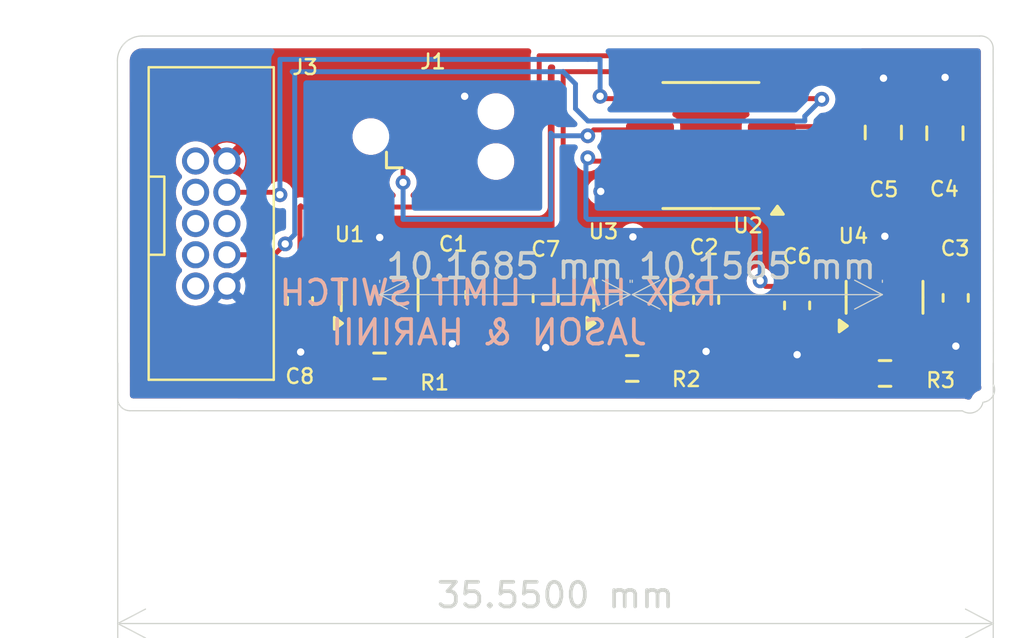
<source format=kicad_pcb>
(kicad_pcb (version 20240108) (generator "pcbnew") (generator_version "8.0")
  (layers (0 "F.Cu" signal) (31 "B.Cu" signal) (34 "B.Paste" user) (35 "F.Paste" user) (36 "B.SilkS" user "B.Silkscreen") (37 "F.SilkS" user "F.Silkscreen") (38 "B.Mask" user) (39 "F.Mask" user) (44 "Edge.Cuts" user))
  (net 0 "")
  (net 1 "+5V")
  (net 2 "GND")
  (net 12 "/Program")
  (net 13 "/R_lim_dig")
  (net 14 "/F_lim_dig")
  (net 15 "/Hall_1")
  (net 16 "/Hall_2")
  (net 17 "/Hall_3")
  (net 18 "/Out_1")
  (net 19 "/Out_2")
  (net 20 "/Out_3")
  (footprint "Connector:Tag-Connect_TC2030-IDC-FP_2x03_P1.27mm_Vertical" (layer "F.Cu") (at 87.806644 64.429888)
    (property "Reference" "J1" (at -0.014557 -3.04498 0) (layer "F.SilkS") (effects (font (size 0.6 0.6) (thickness 0.1) (bold yes))))
    (property "Value" "TC2030-IDC-NL")
    (fp_line (start -1.905 1.27) (end -1.905 0.635) (stroke (width 0.12)) (layer "F.SilkS"))
    (fp_line (start -1.27 1.27) (end -1.905 1.27) (stroke (width 0.12)) (layer "F.SilkS"))
    (pad "" np_thru_hole circle (at -2.54 0) (size 0.9906 0.9906) (drill 0.9906) (layers "*.Cu" "*.Mask"))
    (pad "" np_thru_hole circle (at 2.54 -1.016) (size 0.9906 0.9906) (drill 0.9906) (layers "*.Cu" "*.Mask"))
    (pad "" np_thru_hole circle (at 2.54 1.016) (size 0.9906 0.9906) (drill 0.9906) (layers "*.Cu" "*.Mask"))
    (pad "1" connect circle (at -1.27 0.635) (size 0.7874 0.7874) (layers "F.Cu" "F.Mask") (net 12 "/Program"))
    (pad "2" connect circle (at -1.27 -0.635) (size 0.7874 0.7874) (layers "F.Cu" "F.Mask") (net 1 "+5V"))
    (pad "3" connect circle (at 0 0.635) (size 0.7874 0.7874) (layers "F.Cu" "F.Mask"))
    (pad "4" connect circle (at 0 -0.635) (size 0.7874 0.7874) (layers "F.Cu" "F.Mask"))
    (pad "5" connect circle (at 1.27 0.635) (size 0.7874 0.7874) (layers "F.Cu" "F.Mask"))
    (pad "6" connect circle (at 1.27 -0.635) (size 0.7874 0.7874) (layers "F.Cu" "F.Mask") (net 2 "GND"))
    (zone (net 0) (net_name "") (layer "F.Cu") (connect_pads (clearance 0)) (min_thickness 0.254)
      (keepout (tracks allowed) (vias not_allowed) (pads allowed) (copperpour not_allowed) (footprints not_allowed))
      (fill (thermal_gap 0.508) (thermal_bridge_width 0.508))
      (polygon (pts (xy 89.076644 63.794888) (xy 86.536644 63.794888) (xy 86.536644 65.064888) (xy 89.076644 65.064888)))
    )
  )
  (footprint "Package_SO:SOIC-8_3.9x4.9mm_P1.27mm" (layer "F.Cu") (at 99.076644 64.794888 180)
    (property "Reference" "U2" (at -1.505836 -3.252046 180) (layer "F.SilkS") (effects (font (size 0.6 0.6) (thickness 0.1) (bold yes))))
    (property "Value" "ATtiny202-SS")
    (fp_line (start 0 2.56) (end 1.95 2.56) (stroke (width 0.12)) (layer "F.SilkS"))
    (fp_line (start 0 2.56) (end -1.95 2.56) (stroke (width 0.12)) (layer "F.SilkS"))
    (fp_line (start 0 -2.56) (end 1.95 -2.56) (stroke (width 0.12)) (layer "F.SilkS"))
    (fp_line (start 0 -2.56) (end -1.95 -2.56) (stroke (width 0.12)) (layer "F.SilkS"))
    (fp_poly (pts (xy -2.7 -2.465) (xy -2.94 -2.795) (xy -2.46 -2.795) (xy -2.7 -2.465)) (stroke (width 0.12)) (fill solid) (layer "F.SilkS"))
    (pad "1" smd roundrect (at -2.475 -1.905 180) (size 1.95 0.6) (layers "F.Cu" "F.Paste" "F.Mask") (net 1 "+5V"))
    (pad "2" smd roundrect (at -2.475 -0.635 180) (size 1.95 0.6) (layers "F.Cu" "F.Paste" "F.Mask") (net 15 "/Hall_1"))
    (pad "3" smd roundrect (at -2.475 0.635 180) (size 1.95 0.6) (layers "F.Cu" "F.Paste" "F.Mask") (net 16 "/Hall_2"))
    (pad "4" smd roundrect (at -2.475 1.905 180) (size 1.95 0.6) (layers "F.Cu" "F.Paste" "F.Mask") (net 13 "/R_lim_dig"))
    (pad "5" smd roundrect (at 2.475 1.905 180) (size 1.95 0.6) (layers "F.Cu" "F.Paste" "F.Mask") (net 14 "/F_lim_dig"))
    (pad "6" smd roundrect (at 2.475 0.635 180) (size 1.95 0.6) (layers "F.Cu" "F.Paste" "F.Mask") (net 12 "/Program"))
    (pad "7" smd roundrect (at 2.475 -0.635 180) (size 1.95 0.6) (layers "F.Cu" "F.Paste" "F.Mask") (net 17 "/Hall_3"))
    (pad "8" smd roundrect (at 2.475 -1.905 180) (size 1.95 0.6) (layers "F.Cu" "F.Paste" "F.Mask") (net 2 "GND"))
  )
  (footprint "Capacitor_SMD:C_0603_1608Metric" (layer "F.Cu") (at 92.366582 71.005927 -90)
    (property "Reference" "C7" (at -2 0 180) (layer "F.SilkS") (effects (font (size 0.6 0.6) (thickness 0.1) (bold yes))))
    (property "Value" "0.1u")
    (fp_line (start -0.14058 0.51) (end 0.14058 0.51) (stroke (width 0.12)) (layer "F.SilkS"))
    (fp_line (start -0.14058 -0.51) (end 0.14058 -0.51) (stroke (width 0.12)) (layer "F.SilkS"))
    (pad "1" smd roundrect (at -0.775 0 270) (size 0.9 0.95) (layers "F.Cu" "F.Paste" "F.Mask") (net 16 "/Hall_2"))
    (pad "2" smd roundrect (at 0.775 0 270) (size 0.9 0.95) (layers "F.Cu" "F.Paste" "F.Mask") (net 2 "GND"))
  )
  (footprint "Resistor_SMD:R_0603_1608Metric" (layer "F.Cu") (at 85.621262 73.752874)
    (property "Reference" "R1" (at 2.233264 0.680748 0) (layer "F.SilkS") (effects (font (size 0.6 0.6) (thickness 0.1) (bold yes))))
    (property "Value" "100R")
    (fp_line (start -0.237258 -0.5225) (end 0.237258 -0.5225) (stroke (width 0.12)) (layer "F.SilkS"))
    (fp_line (start -0.237258 0.5225) (end 0.237258 0.5225) (stroke (width 0.12)) (layer "F.SilkS"))
    (pad "1" smd roundrect (at -0.825 0) (size 0.8 0.95) (layers "F.Cu" "F.Paste" "F.Mask") (net 15 "/Hall_1"))
    (pad "2" smd roundrect (at 0.825 0) (size 0.8 0.95) (layers "F.Cu" "F.Paste" "F.Mask") (net 18 "/Out_1"))
  )
  (footprint "Package_TO_SOT_SMD:SOT-23" (layer "F.Cu") (at 95.882606 70.855145 90)
    (property "Reference" "U3" (at 2.564583 -1.170106 0) (layer "F.SilkS") (effects (font (size 0.6 0.6) (thickness 0.1) (bold yes))))
    (property "Value" "DRV5055A3xDBZxQ1")
    (fp_line (start 0 -1.56) (end 0.65 -1.56) (stroke (width 0.12)) (layer "F.SilkS"))
    (fp_line (start 0 -1.56) (end -0.65 -1.56) (stroke (width 0.12)) (layer "F.SilkS"))
    (fp_line (start 0 1.56) (end 0.65 1.56) (stroke (width 0.12)) (layer "F.SilkS"))
    (fp_line (start 0 1.56) (end -0.65 1.56) (stroke (width 0.12)) (layer "F.SilkS"))
    (fp_poly (pts (xy -1.1625 -1.51) (xy -1.4025 -1.84) (xy -0.9225 -1.84) (xy -1.1625 -1.51)) (stroke (width 0.12)) (fill solid) (layer "F.SilkS"))
    (pad "1" smd roundrect (at -0.9375 -0.95 90) (size 1.475 0.6) (layers "F.Cu" "F.Paste" "F.Mask") (net 1 "+5V"))
    (pad "2" smd roundrect (at -0.9375 0.95 90) (size 1.475 0.6) (layers "F.Cu" "F.Paste" "F.Mask") (net 19 "/Out_2"))
    (pad "3" smd roundrect (at 0.9375 0 90) (size 1.475 0.6) (layers "F.Cu" "F.Paste" "F.Mask") (net 2 "GND"))
  )
  (footprint "Capacitor_SMD:C_0805_2012Metric" (layer "F.Cu") (at 108.576644 64.294888 90)
    (property "Reference" "C4" (at -2.27004 -0.024182 0) (layer "F.SilkS") (effects (font (size 0.6 0.6) (thickness 0.1) (bold yes))))
    (property "Value" "0u1")
    (fp_line (start -0.261252 -0.735) (end 0.261252 -0.735) (stroke (width 0.12)) (layer "F.SilkS"))
    (fp_line (start -0.261252 0.735) (end 0.261252 0.735) (stroke (width 0.12)) (layer "F.SilkS"))
    (pad "1" smd roundrect (at -0.95 0 90) (size 1 1.45) (layers "F.Cu" "F.Paste" "F.Mask") (net 1 "+5V"))
    (pad "2" smd roundrect (at 0.95 0 90) (size 1 1.45) (layers "F.Cu" "F.Paste" "F.Mask") (net 2 "GND"))
  )
  (footprint "Capacitor_SMD:C_0603_1608Metric" (layer "F.Cu") (at 82.39012 71.113341 -90)
    (property "Reference" "C8" (at 3.06079 0.007492 180) (layer "F.SilkS") (effects (font (size 0.6 0.6) (thickness 0.1) (bold yes))))
    (property "Value" "0.1u")
    (fp_line (start -0.14058 0.51) (end 0.14058 0.51) (stroke (width 0.12)) (layer "F.SilkS"))
    (fp_line (start -0.14058 -0.51) (end 0.14058 -0.51) (stroke (width 0.12)) (layer "F.SilkS"))
    (pad "1" smd roundrect (at -0.775 0 270) (size 0.9 0.95) (layers "F.Cu" "F.Paste" "F.Mask") (net 15 "/Hall_1"))
    (pad "2" smd roundrect (at 0.775 0 270) (size 0.9 0.95) (layers "F.Cu" "F.Paste" "F.Mask") (net 2 "GND"))
  )
  (footprint "Package_TO_SOT_SMD:SOT-23" (layer "F.Cu") (at 106.126644 70.963648 90)
    (property "Reference" "U4" (at 2.492424 -1.266742 0) (layer "F.SilkS") (effects (font (size 0.6 0.6) (thickness 0.1) (bold yes))))
    (property "Value" "DRV5055A3xDBZxQ1")
    (fp_line (start 0 -1.56) (end 0.65 -1.56) (stroke (width 0.12)) (layer "F.SilkS"))
    (fp_line (start 0 -1.56) (end -0.65 -1.56) (stroke (width 0.12)) (layer "F.SilkS"))
    (fp_line (start 0 1.56) (end 0.65 1.56) (stroke (width 0.12)) (layer "F.SilkS"))
    (fp_line (start 0 1.56) (end -0.65 1.56) (stroke (width 0.12)) (layer "F.SilkS"))
    (fp_poly (pts (xy -1.1625 -1.51) (xy -1.4025 -1.84) (xy -0.9225 -1.84) (xy -1.1625 -1.51)) (stroke (width 0.12)) (fill solid) (layer "F.SilkS"))
    (pad "1" smd roundrect (at -0.9375 -0.95 90) (size 1.475 0.6) (layers "F.Cu" "F.Paste" "F.Mask") (net 1 "+5V"))
    (pad "2" smd roundrect (at -0.9375 0.95 90) (size 1.475 0.6) (layers "F.Cu" "F.Paste" "F.Mask") (net 20 "/Out_3"))
    (pad "3" smd roundrect (at 0.9375 0 90) (size 1.475 0.6) (layers "F.Cu" "F.Paste" "F.Mask") (net 2 "GND"))
  )
  (footprint "Resistor_SMD:R_0603_1608Metric" (layer "F.Cu") (at 106.146535 74.056959)
    (property "Reference" "R3" (at 2.25714 0.280858 0) (layer "F.SilkS") (effects (font (size 0.6 0.6) (thickness 0.1) (bold yes))))
    (property "Value" "100R")
    (fp_line (start -0.237258 -0.5225) (end 0.237258 -0.5225) (stroke (width 0.12)) (layer "F.SilkS"))
    (fp_line (start -0.237258 0.5225) (end 0.237258 0.5225) (stroke (width 0.12)) (layer "F.SilkS"))
    (pad "1" smd roundrect (at -0.825 0) (size 0.8 0.95) (layers "F.Cu" "F.Paste" "F.Mask") (net 17 "/Hall_3"))
    (pad "2" smd roundrect (at 0.825 0) (size 0.8 0.95) (layers "F.Cu" "F.Paste" "F.Mask") (net 20 "/Out_3"))
  )
  (footprint "Package_TO_SOT_SMD:SOT-23" (layer "F.Cu") (at 85.626644 70.857388 90)
    (property "Reference" "U1" (at 2.450088 -1.225492 0) (layer "F.SilkS") (effects (font (size 0.6 0.6) (thickness 0.1) (bold yes))))
    (property "Value" "DRV5055A3xDBZxQ1")
    (fp_line (start 0 -1.56) (end 0.65 -1.56) (stroke (width 0.12)) (layer "F.SilkS"))
    (fp_line (start 0 -1.56) (end -0.65 -1.56) (stroke (width 0.12)) (layer "F.SilkS"))
    (fp_line (start 0 1.56) (end 0.65 1.56) (stroke (width 0.12)) (layer "F.SilkS"))
    (fp_line (start 0 1.56) (end -0.65 1.56) (stroke (width 0.12)) (layer "F.SilkS"))
    (fp_poly (pts (xy -1.1625 -1.51) (xy -1.4025 -1.84) (xy -0.9225 -1.84) (xy -1.1625 -1.51)) (stroke (width 0.12)) (fill solid) (layer "F.SilkS"))
    (pad "1" smd roundrect (at -0.9375 -0.95 90) (size 1.475 0.6) (layers "F.Cu" "F.Paste" "F.Mask") (net 1 "+5V"))
    (pad "2" smd roundrect (at -0.9375 0.95 90) (size 1.475 0.6) (layers "F.Cu" "F.Paste" "F.Mask") (net 18 "/Out_1"))
    (pad "3" smd roundrect (at 0.9375 0 90) (size 1.475 0.6) (layers "F.Cu" "F.Paste" "F.Mask") (net 2 "GND"))
  )
  (footprint "Capacitor_SMD:C_0603_1608Metric" (layer "F.Cu") (at 109.015402 70.98699 -90)
    (property "Reference" "C3" (at -2.01111 0.023212 180) (layer "F.SilkS") (effects (font (size 0.6 0.6) (thickness 0.1) (bold yes))))
    (property "Value" "0.1u")
    (fp_line (start -0.14058 0.51) (end 0.14058 0.51) (stroke (width 0.12)) (layer "F.SilkS"))
    (fp_line (start -0.14058 -0.51) (end 0.14058 -0.51) (stroke (width 0.12)) (layer "F.SilkS"))
    (pad "1" smd roundrect (at -0.775 0 270) (size 0.9 0.95) (layers "F.Cu" "F.Paste" "F.Mask") (net 1 "+5V"))
    (pad "2" smd roundrect (at 0.775 0 270) (size 0.9 0.95) (layers "F.Cu" "F.Paste" "F.Mask") (net 2 "GND"))
  )
  (footprint "myLib:Half_Pitch_IDC_2x5" (layer "F.Cu") (at 78.786644 67.964888)
    (property "Reference" "J3" (at 3.81 -6.35 0) (layer "F.SilkS") (effects (font (size 0.6 0.6) (thickness 0.1))))
    (property "Value" "Conn_02x05_Odd_Even")
    (fp_line (start -2.54 -6.35) (end 2.54 -6.35) (stroke (width 0.1)) (layer "F.SilkS"))
    (fp_line (start -2.54 -1.905) (end -1.905 -1.905) (stroke (width 0.1)) (layer "F.SilkS"))
    (fp_line (start -2.54 6.35) (end -2.54 -6.35) (stroke (width 0.1)) (layer "F.SilkS"))
    (fp_line (start -1.905 -1.905) (end -1.905 1.27) (stroke (width 0.1)) (layer "F.SilkS"))
    (fp_line (start -1.905 1.27) (end -2.54 1.27) (stroke (width 0.1)) (layer "F.SilkS"))
    (fp_line (start 2.54 -6.35) (end 2.54 6.35) (stroke (width 0.1)) (layer "F.SilkS"))
    (fp_line (start 2.54 6.35) (end -2.54 6.35) (stroke (width 0.1)) (layer "F.SilkS"))
    (pad "1" thru_hole circle (at -0.635 -2.54) (size 1.1 1.1) (drill 0.7) (layers "*.Cu" "*.Mask"))
    (pad "2" thru_hole circle (at 0.635 -2.54) (size 1.1 1.1) (drill 0.7) (layers "*.Cu" "*.Mask") (net 1 "+5V"))
    (pad "3" thru_hole circle (at -0.635 -1.27) (size 1.1 1.1) (drill 0.7) (layers "*.Cu" "*.Mask"))
    (pad "4" thru_hole circle (at 0.635 -1.27) (size 1.1 1.1) (drill 0.7) (layers "*.Cu" "*.Mask") (net 14 "/F_lim_dig"))
    (pad "5" thru_hole circle (at -0.635 0) (size 1.1 1.1) (drill 0.7) (layers "*.Cu" "*.Mask"))
    (pad "6" thru_hole circle (at 0.635 0) (size 1.1 1.1) (drill 0.7) (layers "*.Cu" "*.Mask"))
    (pad "7" thru_hole circle (at -0.635 1.27) (size 1.1 1.1) (drill 0.7) (layers "*.Cu" "*.Mask"))
    (pad "8" thru_hole circle (at 0.635 1.27) (size 1.1 1.1) (drill 0.7) (layers "*.Cu" "*.Mask") (net 13 "/R_lim_dig"))
    (pad "9" thru_hole circle (at -0.635 2.54) (size 1.1 1.1) (drill 0.7) (layers "*.Cu" "*.Mask"))
    (pad "10" thru_hole circle (at 0.635 2.54) (size 1.1 1.1) (drill 0.7) (layers "*.Cu" "*.Mask") (net 2 "GND"))
  )
  (footprint "Capacitor_SMD:C_0603_1608Metric" (layer "F.Cu") (at 102.576644 71.294888 -90)
    (property "Reference" "C6" (at -2 0 180) (layer "F.SilkS") (effects (font (size 0.6 0.6) (thickness 0.1) (bold yes))))
    (property "Value" "0.1u")
    (fp_line (start -0.14058 0.51) (end 0.14058 0.51) (stroke (width 0.12)) (layer "F.SilkS"))
    (fp_line (start -0.14058 -0.51) (end 0.14058 -0.51) (stroke (width 0.12)) (layer "F.SilkS"))
    (pad "1" smd roundrect (at -0.775 0 270) (size 0.9 0.95) (layers "F.Cu" "F.Paste" "F.Mask") (net 17 "/Hall_3"))
    (pad "2" smd roundrect (at 0.775 0 270) (size 0.9 0.95) (layers "F.Cu" "F.Paste" "F.Mask") (net 2 "GND"))
  )
  (footprint "Capacitor_SMD:C_0603_1608Metric" (layer "F.Cu") (at 88.615442 70.857388 -90)
    (property "Reference" "C1" (at -2.059288 0.004071 180) (layer "F.SilkS") (effects (font (size 0.6 0.6) (thickness 0.1) (bold yes))))
    (property "Value" "0.1u")
    (fp_line (start -0.14058 0.51) (end 0.14058 0.51) (stroke (width 0.12)) (layer "F.SilkS"))
    (fp_line (start -0.14058 -0.51) (end 0.14058 -0.51) (stroke (width 0.12)) (layer "F.SilkS"))
    (pad "1" smd roundrect (at -0.775 0 270) (size 0.9 0.95) (layers "F.Cu" "F.Paste" "F.Mask") (net 1 "+5V"))
    (pad "2" smd roundrect (at 0.775 0 270) (size 0.9 0.95) (layers "F.Cu" "F.Paste" "F.Mask") (net 2 "GND"))
  )
  (footprint "Resistor_SMD:R_0603_1608Metric" (layer "F.Cu") (at 95.882606 73.855145)
    (property "Reference" "R2" (at 2.194038 0.439743 0) (layer "F.SilkS") (effects (font (size 0.6 0.6) (thickness 0.1) (bold yes))))
    (property "Value" "100R")
    (fp_line (start -0.237258 -0.5225) (end 0.237258 -0.5225) (stroke (width 0.12)) (layer "F.SilkS"))
    (fp_line (start -0.237258 0.5225) (end 0.237258 0.5225) (stroke (width 0.12)) (layer "F.SilkS"))
    (pad "1" smd roundrect (at -0.825 0) (size 0.8 0.95) (layers "F.Cu" "F.Paste" "F.Mask") (net 16 "/Hall_2"))
    (pad "2" smd roundrect (at 0.825 0) (size 0.8 0.95) (layers "F.Cu" "F.Paste" "F.Mask") (net 19 "/Out_2"))
  )
  (footprint "Capacitor_SMD:C_0603_1608Metric" (layer "F.Cu") (at 98.882606 71.069888 -90)
    (property "Reference" "C2" (at -2.141164 0.082554 180) (layer "F.SilkS") (effects (font (size 0.6 0.6) (thickness 0.1) (bold yes))))
    (property "Value" "0.1u")
    (fp_line (start -0.14058 0.51) (end 0.14058 0.51) (stroke (width 0.12)) (layer "F.SilkS"))
    (fp_line (start -0.14058 -0.51) (end 0.14058 -0.51) (stroke (width 0.12)) (layer "F.SilkS"))
    (pad "1" smd roundrect (at -0.775 0 270) (size 0.9 0.95) (layers "F.Cu" "F.Paste" "F.Mask") (net 1 "+5V"))
    (pad "2" smd roundrect (at 0.775 0 270) (size 0.9 0.95) (layers "F.Cu" "F.Paste" "F.Mask") (net 2 "GND"))
  )
  (footprint "Capacitor_SMD:C_0805_2012Metric" (layer "F.Cu") (at 106.076644 64.266244 90)
    (property "Reference" "C5" (at -2.315248 0.023464 0) (layer "F.SilkS") (effects (font (size 0.6 0.6) (thickness 0.1) (bold yes))))
    (property "Value" "1u")
    (fp_line (start -0.261252 -0.735) (end 0.261252 -0.735) (stroke (width 0.12)) (layer "F.SilkS"))
    (fp_line (start -0.261252 0.735) (end 0.261252 0.735) (stroke (width 0.12)) (layer "F.SilkS"))
    (pad "1" smd roundrect (at -0.95 0 90) (size 1 1.45) (layers "F.Cu" "F.Paste" "F.Mask") (net 1 "+5V"))
    (pad "2" smd roundrect (at 0.95 0 90) (size 1 1.45) (layers "F.Cu" "F.Paste" "F.Mask") (net 2 "GND"))
  )
  (gr_arc (start 110.121642 75.233113) (mid 109.797202 75.626045) (end 109.289866 75.578432) (stroke (width 0.05)) (layer "Edge.Cuts"))
  (gr_line (start 75.48438 75.572693) (end 109.289866 75.578432) (stroke (width 0.05)) (layer "Edge.Cuts"))
  (gr_arc (start 74.976644 61.344888) (mid 75.269537 60.637781) (end 75.976644 60.344888) (stroke (width 0.05)) (layer "Edge.Cuts"))
  (gr_line (start 110 60.344888) (end 75.976644 60.344888) (stroke (width 0.05)) (layer "Edge.Cuts"))
  (gr_line (start 74.976644 61.344888) (end 74.98438 75.072693) (stroke (width 0.05)) (layer "Edge.Cuts"))
  (gr_arc (start 110.544046 74.495275) (mid 110.53218 74.963969) (end 110.142321 75.2244) (stroke (width 0.05)) (layer "Edge.Cuts"))
  (gr_arc (start 109.984866 60.345431) (mid 110.383421 60.484717) (end 110.534886 60.878804) (stroke (width 0.05)) (layer "Edge.Cuts"))
  (gr_line (start 110.544046 74.495275) (end 110.534886 60.878804) (stroke (width 0.05)) (layer "Edge.Cuts"))
  (gr_arc (start 75.48438 75.572693) (mid 75.130827 75.426246) (end 74.98438 75.072693) (stroke (width 0.05)) (layer "Edge.Cuts"))
  (gr_text "RSX HALL LIMIT SWITCH \nJASON & HARINII" (at 90.066171 72.974522 0) (layer "B.SilkS") (effects (font (size 1 1)) (justify bottom mirror)))
  (dimension (type aligned) (layer "Edge.Cuts") (pts (xy 95.882606 70.855145) (xy 106.039144 70.855145)) (height 0) (gr_text "10.1565 mm" (at 100.960875 69.705145 0) (layer "Edge.Cuts") (effects (font (size 1 1) (thickness 0.15)))) (format (prefix "") (suffix "") (units 3) (units_format 1) (precision 4)) (style (thickness 0.05) (arrow_length 1.27) (text_position_mode 0) (extension_height 0.58642) (extension_offset 0.5) keep_text_aligned))
  (dimension (type aligned) (layer "Edge.Cuts") (pts (xy 74.99 73.14) (xy 110.54 73.14)) (height 11.08) (gr_text "35.5500 mm" (at 92.765 83.07 0) (layer "Edge.Cuts") (effects (font (size 1 1) (thickness 0.15)))) (format (prefix "") (suffix "") (units 3) (units_format 1) (precision 4)) (style (thickness 0.05) (arrow_length 1.27) (text_position_mode 0) (extension_height 0.58642) (extension_offset 0.5) keep_text_aligned))
  (dimension (type aligned) (layer "Edge.Cuts") (pts (xy 85.626644 70.857388) (xy 95.795106 70.857388)) (height -0.002242) (gr_text "10.1685 mm" (at 90.710875 69.705146 0) (layer "Edge.Cuts") (effects (font (size 1 1) (thickness 0.15)))) (format (prefix "") (suffix "") (units 3) (units_format 1) (precision 4)) (style (thickness 0.05) (arrow_length 1.27) (text_position_mode 0) (extension_height 0.58642) (extension_offset 0.5) keep_text_aligned))
  (segment (start 88.615442 72.813285) (end 88.577279 72.851448) (width 0.2) (layer "F.Cu") (net 2))
  (segment (start 85.626644 68.531487) (end 85.626644 69.919888) (width 0.2) (layer "F.Cu") (net 2))
  (segment (start 88.615442 71.632388) (end 88.615442 72.813285) (width 0.2) (layer "F.Cu") (net 2))
  (segment (start 89.076644 63.794888) (end 89.076644 62.794888) (width 0.2) (layer "F.Cu") (net 2))
  (segment (start 106.076644 62.066246) (end 106.083543 62.059347) (width 0.2) (layer "F.Cu") (net 2))
  (segment (start 92.366582 71.780927) (end 92.366582 73.005927) (width 0.2) (layer "F.Cu") (net 2))
  (segment (start 109.015402 71.76199) (end 109.015402 72.941693) (width 0.2) (layer "F.Cu") (net 2))
  (segment (start 95.882606 68.535206) (end 95.882606 69.917645) (width 0.2) (layer "F.Cu") (net 2))
  (segment (start 96.601644 66.699888) (end 94.641644 66.699888) (width 0.2) (layer "F.Cu") (net 2))
  (segment (start 98.882606 73.159755) (end 98.879892 73.162469) (width 0.2) (layer "F.Cu") (net 2))
  (segment (start 82.39012 71.888341) (end 82.39012 73.158365) (width 0.2) (layer "F.Cu") (net 2))
  (segment (start 94.641644 66.699888) (end 94.601644 66.659888) (width 0.2) (layer "F.Cu") (net 2))
  (segment (start 95.909009 68.508803) (end 95.882606 68.535206) (width 0.2) (layer "F.Cu") (net 2))
  (segment (start 106.076644 63.316244) (end 106.076644 62.066246) (width 0.2) (layer "F.Cu") (net 2))
  (segment (start 108.576644 62.035166) (end 108.585592 62.026218) (width 0.2) (layer "F.Cu") (net 2))
  (segment (start 82.39012 73.158365) (end 82.418041 73.186286) (width 0.2) (layer "F.Cu") (net 2))
  (segment (start 102.576644 72.069888) (end 102.576644 73.294888) (width 0.2) (layer "F.Cu") (net 2))
  (segment (start 106.126644 70.026148) (end 106.126644 68.495047) (width 0.2) (layer "F.Cu") (net 2))
  (segment (start 108.576644 63.344888) (end 108.576644 62.035166) (width 0.2) (layer "F.Cu") (net 2))
  (segment (start 106.126644 68.495047) (end 106.138427 68.483264) (width 0.2) (layer "F.Cu") (net 2))
  (segment (start 98.882606 71.844888) (end 98.882606 73.159755) (width 0.2) (layer "F.Cu") (net 2))
  (segment (start 109.015402 72.941693) (end 109.021219 72.94751) (width 0.2) (layer "F.Cu") (net 2))
  (via (at 92.366582 73.005927) (size 0.6) (drill 0.3) (layers "F.Cu" "B.Cu") (net 2))
  (via (at 102.576644 73.294888) (size 0.6) (drill 0.3) (layers "F.Cu" "B.Cu") (net 2))
  (via (at 94.601644 66.659888) (size 0.6) (drill 0.3) (layers "F.Cu" "B.Cu") (net 2))
  (via (at 106.138427 68.483264) (size 0.6) (drill 0.3) (layers "F.Cu" "B.Cu") (net 2))
  (via (at 85.626644 68.531487) (size 0.6) (drill 0.3) (layers "F.Cu" "B.Cu") (net 2))
  (via (at 95.909009 68.508803) (size 0.6) (drill 0.3) (layers "F.Cu" "B.Cu") (net 2))
  (via (at 88.577279 72.851448) (size 0.6) (drill 0.3) (layers "F.Cu" "B.Cu") (net 2))
  (via (at 82.418041 73.186286) (size 0.6) (drill 0.3) (layers "F.Cu" "B.Cu") (net 2))
  (via (at 98.879892 73.162469) (size 0.6) (drill 0.3) (layers "F.Cu" "B.Cu") (net 2))
  (via (at 89.076644 62.794888) (size 0.6) (drill 0.3) (layers "F.Cu" "B.Cu") (net 2))
  (via (at 106.083543 62.059347) (size 0.6) (drill 0.3) (layers "F.Cu" "B.Cu") (net 2))
  (via (at 108.585592 62.026218) (size 0.6) (drill 0.3) (layers "F.Cu" "B.Cu") (net 2))
  (via (at 109.021219 72.94751) (size 0.6) (drill 0.3) (layers "F.Cu" "B.Cu") (net 2))
  (segment (start 94.315424 64.159888) (end 94.075622 64.39969) (width 0.2) (layer "F.Cu") (net 12))
  (segment (start 86.576644 65.104888) (end 86.536644 65.064888) (width 0.2) (layer "F.Cu") (net 12))
  (segment (start 96.601644 64.159888) (end 94.315424 64.159888) (width 0.2) (layer "F.Cu") (net 12))
  (segment (start 86.576644 66.294888) (end 86.576644 65.104888) (width 0.2) (layer "F.Cu") (net 12))
  (via (at 86.576644 66.294888) (size 0.6) (drill 0.3) (layers "F.Cu" "B.Cu") (net 12))
  (via (at 94.075622 64.39969) (size 0.6) (drill 0.3) (layers "F.Cu" "B.Cu") (net 12))
  (segment (start 86.576644 67.794888) (end 86.576644 66.294888) (width 0.2) (layer "B.Cu") (net 12))
  (segment (start 92.576644 64.294888) (end 92.576644 67.794888) (width 0.2) (layer "B.Cu") (net 12))
  (segment (start 92.576644 67.794888) (end 86.576644 67.794888) (width 0.2) (layer "B.Cu") (net 12))
  (segment (start 94.075622 64.39969) (end 92.681446 64.39969) (width 0.2) (layer "B.Cu") (net 12))
  (segment (start 92.681446 64.39969) (end 92.576644 64.294888) (width 0.2) (layer "B.Cu") (net 12))
  (segment (start 81.79012 68.794888) (end 81.35012 69.234888) (width 0.2) (layer "F.Cu") (net 13))
  (segment (start 103.576644 62.913719) (end 103.552813 62.889888) (width 0.2) (layer "F.Cu") (net 13))
  (segment (start 103.552813 62.889888) (end 101.551644 62.889888) (width 0.2) (layer "F.Cu") (net 13))
  (segment (start 81.35012 69.234888) (end 79.421644 69.234888) (width 0.2) (layer "F.Cu") (net 13))
  (via (at 103.576644 62.913719) (size 0.6) (drill 0.3) (layers "F.Cu" "B.Cu") (net 13))
  (via (at 81.79012 68.794888) (size 0.6) (drill 0.3) (layers "F.Cu" "B.Cu") (net 13))
  (segment (start 82.176644 68.408364) (end 81.79012 68.794888) (width 0.2) (layer "B.Cu") (net 13))
  (segment (start 102.887756 63.602607) (end 103.576644 62.913719) (width 0.2) (layer "B.Cu") (net 13))
  (segment (start 102.887756 63.799718) (end 94.081474 63.799718) (width 0.2) (layer "B.Cu") (net 13))
  (segment (start 102.887756 63.799718) (end 102.887756 63.602607) (width 0.2) (layer "B.Cu") (net 13))
  (segment (start 82.176644 61.894888) (end 82.176644 68.408364) (width 0.2) (layer "B.Cu") (net 13))
  (segment (start 82.076644 61.794888) (end 82.176644 61.894888) (width 0.2) (layer "B.Cu") (net 13))
  (segment (start 94.081474 63.799718) (end 93.576644 63.294888) (width 0.2) (layer "B.Cu") (net 13))
  (segment (start 93.576644 63.294888) (end 93.576644 62.294888) (width 0.2) (layer "B.Cu") (net 13))
  (segment (start 93.576644 62.294888) (end 93.076644 61.794888) (width 0.2) (layer "B.Cu") (net 13))
  (segment (start 93.076644 61.794888) (end 82.076644 61.794888) (width 0.2) (layer "B.Cu") (net 13))
  (segment (start 81.576644 66.794888) (end 81.476644 66.694888) (width 0.2) (layer "F.Cu") (net 14))
  (segment (start 96.601644 62.889888) (end 94.671644 62.889888) (width 0.2) (layer "F.Cu") (net 14))
  (segment (start 94.671644 62.889888) (end 94.576644 62.794888) (width 0.2) (layer "F.Cu") (net 14))
  (segment (start 81.476644 66.694888) (end 79.421644 66.694888) (width 0.2) (layer "F.Cu") (net 14))
  (via (at 81.576644 66.794888) (size 0.6) (drill 0.3) (layers "F.Cu" "B.Cu") (net 14))
  (via (at 94.576644 62.794888) (size 0.6) (drill 0.3) (layers "F.Cu" "B.Cu") (net 14))
  (segment (start 94.576644 61.294888) (end 94.076644 61.294888) (width 0.2) (layer "B.Cu") (net 14))
  (segment (start 94.076644 61.294888) (end 81.576644 61.294888) (width 0.2) (layer "B.Cu") (net 14))
  (segment (start 94.576644 62.794888) (end 94.576644 61.294888) (width 0.2) (layer "B.Cu") (net 14))
  (segment (start 81.576644 61.294888) (end 81.576644 66.794888) (width 0.2) (layer "B.Cu") (net 14))
  (segment (start 83.618658 73.752874) (end 83.576644 73.794888) (width 0.2) (layer "F.Cu") (net 15))
  (segment (start 82.39012 67.279008) (end 82.419638 67.24949) (width 0.2) (layer "F.Cu") (net 15))
  (segment (start 92.103725 67.267807) (end 92.103725 61.148256) (width 0.2) (layer "F.Cu") (net 15))
  (segment (start 83.576644 70.294888) (end 82.433573 70.294888) (width 0.2) (layer "F.Cu") (net 15))
  (segment (start 82.39012 70.338341) (end 82.39012 67.279008) (width 0.2) (layer "F.Cu") (net 15))
  (segment (start 104.790049 65.389305) (end 104.749466 65.429888) (width 0.2) (layer "F.Cu") (net 15))
  (segment (start 92.076644 67.294888) (end 92.103725 67.267807) (width 0.2) (layer "F.Cu") (net 15))
  (segment (start 82.465036 67.294888) (end 92.076644 67.294888) (width 0.2) (layer "F.Cu") (net 15))
  (segment (start 104.749466 65.429888) (end 101.551644 65.429888) (width 0.2) (layer "F.Cu") (net 15))
  (segment (start 82.419638 67.24949) (end 82.465036 67.294888) (width 0.2) (layer "F.Cu") (net 15))
  (segment (start 92.103725 61.148256) (end 104.757454 61.148256) (width 0.2) (layer "F.Cu") (net 15))
  (segment (start 104.76399 61.14172) (end 104.76399 65.363246) (width 0.2) (layer "F.Cu") (net 15))
  (segment (start 84.796262 73.752874) (end 83.618658 73.752874) (width 0.2) (layer "F.Cu") (net 15))
  (segment (start 104.76399 65.363246) (end 104.790049 65.389305) (width 0.2) (layer "F.Cu") (net 15))
  (segment (start 82.433573 70.294888) (end 82.39012 70.338341) (width 0.2) (layer "F.Cu") (net 15))
  (segment (start 83.576644 73.794888) (end 83.576644 70.294888) (width 0.2) (layer "F.Cu") (net 15))
  (segment (start 104.757454 61.148256) (end 104.76399 61.14172) (width 0.2) (layer "F.Cu") (net 15))
  (segment (start 92.431795 70.29614) (end 92.366582 70.230927) (width 0.2) (layer "F.Cu") (net 16))
  (segment (start 92.366582 70.230927) (end 93.076644 69.520865) (width 0.2) (layer "F.Cu") (net 16))
  (segment (start 93.502241 70.29614) (end 92.431795 70.29614) (width 0.2) (layer "F.Cu") (net 16))
  (segment (start 103.441469 64.026357) (end 101.685175 64.026357) (width 0.2) (layer "F.Cu") (net 16))
  (segment (start 104.36399 64.034247) (end 103.449359 64.034247) (width 0.2) (layer "F.Cu") (net 16))
  (segment (start 93.728766 73.855145) (end 93.715177 73.868734) (width 0.2) (layer "F.Cu") (net 16))
  (segment (start 93.076644 61.794888) (end 104.36399 61.794888) (width 0.2) (layer "F.Cu") (net 16))
  (segment (start 104.36399 61.794888) (end 104.36399 64.034247) (width 0.2) (layer "F.Cu") (net 16))
  (segment (start 93.502241 73.655798) (end 93.502241 70.29614) (width 0.2) (layer "F.Cu") (net 16))
  (segment (start 101.685175 64.026357) (end 101.551644 64.159888) (width 0.2) (layer "F.Cu") (net 16))
  (segment (start 95.057606 73.855145) (end 93.728766 73.855145) (width 0.2) (layer "F.Cu") (net 16))
  (segment (start 93.715177 73.868734) (end 93.502241 73.655798) (width 0.2) (layer "F.Cu") (net 16))
  (segment (start 93.076644 69.520865) (end 93.076644 61.794888) (width 0.2) (layer "F.Cu") (net 16))
  (segment (start 103.449359 64.034247) (end 103.441469 64.026357) (width 0.2) (layer "F.Cu") (net 16))
  (segment (start 103.982226 70.496831) (end 103.930108 70.444713) (width 0.2) (layer "F.Cu") (net 17))
  (segment (start 101.076644 70.294888) (end 101.301644 70.519888) (width 0.2) (layer "F.Cu") (net 17))
  (segment (start 94.076644 65.294888) (end 94.211644 65.429888) (width 0.2) (layer "F.Cu") (net 17))
  (segment (start 103.982226 73.98871) (end 103.982226 70.496831) (width 0.2) (layer "F.Cu") (net 17))
  (segment (start 105.321535 74.056959) (end 104.050475 74.056959) (width 0.2) (layer "F.Cu") (net 17))
  (segment (start 104.050475 74.056959) (end 103.982226 73.98871) (width 0.2) (layer "F.Cu") (net 17))
  (segment (start 103.930108 70.444713) (end 103.854933 70.519888) (width 0.2) (layer "F.Cu") (net 17))
  (segment (start 94.211644 65.429888) (end 96.601644 65.429888) (width 0.2) (layer "F.Cu") (net 17))
  (segment (start 103.854933 70.519888) (end 102.576644 70.519888) (width 0.2) (layer "F.Cu") (net 17))
  (segment (start 101.301644 70.519888) (end 102.576644 70.519888) (width 0.2) (layer "F.Cu") (net 17))
  (via (at 94.076644 65.294888) (size 0.6) (drill 0.3) (layers "F.Cu" "B.Cu") (net 17))
  (via (at 101.076644 70.294888) (size 0.6) (drill 0.3) (layers "F.Cu" "B.Cu") (net 17))
  (segment (start 101.076644 68.294888) (end 100.576644 67.794888) (width 0.2) (layer "B.Cu") (net 17))
  (segment (start 100.576644 67.794888) (end 94.076644 67.794888) (width 0.2) (layer "B.Cu") (net 17))
  (segment (start 101.076644 70.294888) (end 101.076644 68.294888) (width 0.2) (layer "B.Cu") (net 17))
  (segment (start 94.076644 67.794888) (end 94.001644 67.719888) (width 0.2) (layer "B.Cu") (net 17))
  (segment (start 94.001644 67.719888) (end 94.001644 65.369888) (width 0.2) (layer "B.Cu") (net 17))
  (segment (start 94.001644 65.369888) (end 94.076644 65.294888) (width 0.2) (layer "B.Cu") (net 17))
  (segment (start 86.576644 71.794888) (end 86.576644 73.622492) (width 0.2) (layer "F.Cu") (net 18))
  (segment (start 86.576644 73.622492) (end 86.446262 73.752874) (width 0.2) (layer "F.Cu") (net 18))
  (segment (start 96.707606 71.917645) (end 96.832606 71.792645) (width 0.2) (layer "F.Cu") (net 19))
  (segment (start 96.707606 73.855145) (end 96.707606 71.917645) (width 0.2) (layer "F.Cu") (net 19))
  (segment (start 107.076644 71.901148) (end 107.076644 73.95185) (width 0.2) (layer "F.Cu") (net 20))
  (segment (start 107.076644 73.95185) (end 106.971535 74.056959) (width 0.2) (layer "F.Cu") (net 20))
  (zone (net 1) (net_name "+5V") (layer "F.Cu") (connect_pads (clearance 0.25)) (min_thickness 0.25) (fill yes (thermal_gap 0.2) (thermal_bridge_width 0.4))
    (polygon (pts (xy 73.706644 59.074888) (xy 111.806644 59.074888) (xy 111.806644 78.124888) (xy 73.706644 78.124888)))
  )
  (zone (net 2) (net_name "GND") (layer "B.Cu") (connect_pads (clearance 0.25)) (min_thickness 0.25) (fill yes (thermal_gap 0.2) (thermal_bridge_width 0.4))
    (polygon (pts (xy 73.706644 59.074888) (xy 111.806644 59.074888) (xy 111.806644 78.124888) (xy 73.706644 78.124888)))
  )
)
</source>
